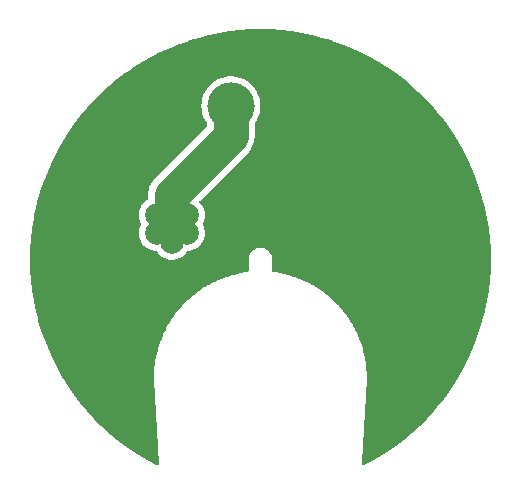
<source format=gbl>
%TF.GenerationSoftware,KiCad,Pcbnew,8.0.7*%
%TF.CreationDate,2024-12-04T21:31:05-06:00*%
%TF.ProjectId,b2,62322e6b-6963-4616-945f-706362585858,rev?*%
%TF.SameCoordinates,Original*%
%TF.FileFunction,Copper,L2,Bot*%
%TF.FilePolarity,Positive*%
%FSLAX46Y46*%
G04 Gerber Fmt 4.6, Leading zero omitted, Abs format (unit mm)*
G04 Created by KiCad (PCBNEW 8.0.7) date 2024-12-04 21:31:05*
%MOMM*%
%LPD*%
G01*
G04 APERTURE LIST*
%TA.AperFunction,ComponentPad*%
%ADD10C,4.500000*%
%TD*%
%TA.AperFunction,ComponentPad*%
%ADD11C,1.000000*%
%TD*%
%TA.AperFunction,ComponentPad*%
%ADD12C,1.600000*%
%TD*%
%TA.AperFunction,ComponentPad*%
%ADD13C,2.000000*%
%TD*%
%TA.AperFunction,SMDPad,CuDef*%
%ADD14C,4.000000*%
%TD*%
%TA.AperFunction,Conductor*%
%ADD15C,3.000000*%
%TD*%
G04 APERTURE END LIST*
D10*
%TO.P,T1,1*%
%TO.N,GND*%
X100000000Y-44000000D03*
%TD*%
D11*
%TO.P,T21,1*%
%TO.N,GND*%
X93750000Y-34250000D03*
%TD*%
D12*
%TO.P,T18,1*%
%TO.N,GND*%
X90500000Y-65588457D03*
%TD*%
%TO.P,T16,1*%
%TO.N,GND*%
X109500000Y-65588457D03*
%TD*%
%TO.P,T20,1*%
%TO.N,GND*%
X82000000Y-50000000D03*
%TD*%
D13*
%TO.P,T51,1*%
%TO.N,+3V0*%
X92500000Y-45500000D03*
%TD*%
D12*
%TO.P,T19,1*%
%TO.N,GND*%
X84411542Y-59000000D03*
%TD*%
D13*
%TO.P,T53,1*%
%TO.N,+3V0*%
X93799038Y-47750000D03*
%TD*%
D11*
%TO.P,T21,1*%
%TO.N,GND*%
X96950000Y-45450000D03*
%TD*%
D12*
%TO.P,T21,1*%
%TO.N,GND*%
X84411542Y-41000000D03*
%TD*%
D13*
%TO.P,T54,1*%
%TO.N,+3V0*%
X92500000Y-48500000D03*
%TD*%
D11*
%TO.P,T21,1*%
%TO.N,GND*%
X101250000Y-39750000D03*
%TD*%
D13*
%TO.P,T52,1*%
%TO.N,+3V0*%
X93799038Y-46250000D03*
%TD*%
D12*
%TO.P,T13,1*%
%TO.N,GND*%
X115588457Y-41000000D03*
%TD*%
%TO.P,T22,1*%
%TO.N,GND*%
X91000000Y-34411542D03*
%TD*%
D13*
%TO.P,T56,1*%
%TO.N,+3V0*%
X91200961Y-46250000D03*
%TD*%
D11*
%TO.P,T21,1*%
%TO.N,GND*%
X93750000Y-39750000D03*
%TD*%
D12*
%TO.P,T14,1*%
%TO.N,GND*%
X118000000Y-50000000D03*
%TD*%
%TO.P,T15,1*%
%TO.N,GND*%
X115588457Y-59000000D03*
%TD*%
D13*
%TO.P,T51,1*%
%TO.N,+3V0*%
X92500000Y-47000000D03*
%TD*%
D12*
%TO.P,T12,1*%
%TO.N,GND*%
X109000000Y-34411542D03*
%TD*%
D11*
%TO.P,T21,1*%
%TO.N,GND*%
X101250000Y-34250000D03*
%TD*%
%TO.P,T21,1*%
%TO.N,GND*%
X98275000Y-47050000D03*
%TD*%
D13*
%TO.P,T55,1*%
%TO.N,+3V0*%
X91200961Y-47750000D03*
%TD*%
D14*
%TO.P,REF\u002A\u002A,1*%
%TO.N,+3V0*%
X97500000Y-37000000D03*
%TD*%
D15*
%TO.N,+3V0*%
X92500000Y-47000000D02*
X92500000Y-44533000D01*
X92500000Y-44533000D02*
X97500000Y-39533000D01*
X97500000Y-39533000D02*
X97500000Y-37000000D01*
%TD*%
%TA.AperFunction,Conductor*%
%TO.N,GND*%
G36*
X100872098Y-30520199D02*
G01*
X100877594Y-30520446D01*
X101745187Y-30578940D01*
X101750651Y-30579432D01*
X102614719Y-30676790D01*
X102620184Y-30677530D01*
X103479023Y-30813556D01*
X103484438Y-30814538D01*
X104336306Y-30988960D01*
X104341680Y-30990187D01*
X105184874Y-31202653D01*
X105190224Y-31204130D01*
X106022980Y-31454195D01*
X106028223Y-31455897D01*
X106814621Y-31731070D01*
X106848980Y-31743093D01*
X106854189Y-31745049D01*
X107661170Y-32068753D01*
X107666273Y-32070934D01*
X108457928Y-32430520D01*
X108462903Y-32432916D01*
X109118756Y-32767089D01*
X109237665Y-32827676D01*
X109242565Y-32830313D01*
X109998799Y-33259415D01*
X110003566Y-33262263D01*
X110309450Y-33454462D01*
X110739786Y-33724860D01*
X110744430Y-33727926D01*
X111459160Y-34223093D01*
X111463662Y-34226364D01*
X112155434Y-34753080D01*
X112159784Y-34756549D01*
X112827253Y-35313791D01*
X112831439Y-35317448D01*
X113351702Y-35792990D01*
X113473245Y-35904085D01*
X113477267Y-35907931D01*
X114092067Y-36522731D01*
X114095913Y-36526753D01*
X114682535Y-37168543D01*
X114686196Y-37172733D01*
X115243449Y-37840213D01*
X115246918Y-37844564D01*
X115773644Y-38536349D01*
X115776915Y-38540851D01*
X116272065Y-39255558D01*
X116275131Y-39260202D01*
X116737735Y-39996432D01*
X116740589Y-40001209D01*
X117169686Y-40757434D01*
X117172323Y-40762334D01*
X117567066Y-41537059D01*
X117569480Y-41542073D01*
X117929064Y-42333725D01*
X117931251Y-42338842D01*
X118254954Y-43145825D01*
X118256909Y-43151034D01*
X118544091Y-43971749D01*
X118545811Y-43977042D01*
X118795866Y-44809767D01*
X118797347Y-44815131D01*
X119009805Y-45658293D01*
X119011043Y-45663718D01*
X119185454Y-46515530D01*
X119186447Y-46521005D01*
X119322461Y-47379769D01*
X119323208Y-47385283D01*
X119420562Y-48249309D01*
X119421061Y-48254852D01*
X119479550Y-49122372D01*
X119479800Y-49127931D01*
X119499311Y-49997217D01*
X119499311Y-50002781D01*
X119479800Y-50872067D01*
X119479550Y-50877626D01*
X119421061Y-51745146D01*
X119420562Y-51750689D01*
X119323208Y-52614715D01*
X119322461Y-52620229D01*
X119186447Y-53478993D01*
X119185454Y-53484468D01*
X119011043Y-54336280D01*
X119009805Y-54341705D01*
X118797347Y-55184867D01*
X118795866Y-55190231D01*
X118545811Y-56022956D01*
X118544091Y-56028249D01*
X118256909Y-56848964D01*
X118254954Y-56854173D01*
X117931251Y-57661156D01*
X117929064Y-57666273D01*
X117569480Y-58457925D01*
X117567066Y-58462939D01*
X117172323Y-59237664D01*
X117169686Y-59242564D01*
X116740589Y-59998789D01*
X116737735Y-60003566D01*
X116275131Y-60739796D01*
X116272065Y-60744440D01*
X115776915Y-61459147D01*
X115773644Y-61463649D01*
X115246918Y-62155434D01*
X115243449Y-62159785D01*
X114686196Y-62827265D01*
X114682535Y-62831455D01*
X114095913Y-63473245D01*
X114092067Y-63477267D01*
X113477267Y-64092067D01*
X113473245Y-64095913D01*
X112831444Y-64682546D01*
X112827253Y-64686207D01*
X112159784Y-65243449D01*
X112155434Y-65246918D01*
X111463662Y-65773634D01*
X111459160Y-65776905D01*
X110744430Y-66272072D01*
X110739786Y-66275138D01*
X110003576Y-66737729D01*
X109998799Y-66740583D01*
X109242565Y-67169685D01*
X109237665Y-67172322D01*
X108742907Y-67424414D01*
X108674238Y-67437310D01*
X108609497Y-67411034D01*
X108569240Y-67353927D01*
X108562835Y-67306499D01*
X108570889Y-67172322D01*
X108996455Y-60082375D01*
X108999431Y-60061827D01*
X109002458Y-60048766D01*
X109001211Y-60012288D01*
X109001362Y-60000628D01*
X109001472Y-59998799D01*
X109003549Y-59964214D01*
X109000861Y-59951077D01*
X108998416Y-59930457D01*
X108991043Y-59714621D01*
X108982461Y-59463414D01*
X108983961Y-59439513D01*
X108984799Y-59434302D01*
X108980242Y-59389976D01*
X108979665Y-59381541D01*
X108978144Y-59336998D01*
X108976603Y-59331944D01*
X108971861Y-59308457D01*
X108964838Y-59240141D01*
X108924903Y-58851682D01*
X108924769Y-58827730D01*
X108925249Y-58822476D01*
X108917677Y-58778563D01*
X108916525Y-58770177D01*
X108911969Y-58725854D01*
X108911968Y-58725852D01*
X108910087Y-58720917D01*
X108903754Y-58697811D01*
X108862832Y-58460471D01*
X108825734Y-58245309D01*
X108823964Y-58221421D01*
X108824085Y-58216141D01*
X108813531Y-58172835D01*
X108811813Y-58164563D01*
X108804242Y-58120650D01*
X108802029Y-58115857D01*
X108794132Y-58093234D01*
X108685416Y-57647115D01*
X108682019Y-57623399D01*
X108681779Y-57618123D01*
X108668300Y-57575656D01*
X108666014Y-57567499D01*
X108655465Y-57524208D01*
X108652932Y-57519581D01*
X108643512Y-57497554D01*
X108504601Y-57059881D01*
X108499594Y-57036451D01*
X108498995Y-57031214D01*
X108498995Y-57031210D01*
X108489829Y-57007968D01*
X108482648Y-56989755D01*
X108479813Y-56981780D01*
X108479813Y-56981779D01*
X108466334Y-56939310D01*
X108463479Y-56934847D01*
X108452585Y-56913522D01*
X108284135Y-56486365D01*
X108277541Y-56463337D01*
X108276584Y-56458140D01*
X108257451Y-56417909D01*
X108254078Y-56410144D01*
X108237726Y-56368680D01*
X108234581Y-56364433D01*
X108222251Y-56343894D01*
X108168038Y-56229901D01*
X108025044Y-55929229D01*
X108016894Y-55906702D01*
X108015585Y-55901583D01*
X108015582Y-55901577D01*
X107993739Y-55862729D01*
X107989850Y-55855224D01*
X107970713Y-55814985D01*
X107967288Y-55810965D01*
X107953585Y-55791317D01*
X107728533Y-55391060D01*
X107718865Y-55369142D01*
X107717213Y-55364134D01*
X107692764Y-55326859D01*
X107688385Y-55319659D01*
X107666537Y-55280801D01*
X107662844Y-55277023D01*
X107647832Y-55258355D01*
X107603149Y-55190231D01*
X107395992Y-54874395D01*
X107384851Y-54853188D01*
X107382859Y-54848300D01*
X107355933Y-54812793D01*
X107351051Y-54805877D01*
X107326613Y-54768618D01*
X107326612Y-54768617D01*
X107322669Y-54765099D01*
X107306420Y-54747500D01*
X107213946Y-54625555D01*
X107028968Y-54381624D01*
X107016405Y-54361226D01*
X107014085Y-54356488D01*
X107014084Y-54356487D01*
X107014084Y-54356486D01*
X106984799Y-54322900D01*
X106979457Y-54316333D01*
X106952535Y-54280831D01*
X106952531Y-54280827D01*
X106948353Y-54277583D01*
X106930940Y-54261133D01*
X106629176Y-53915055D01*
X106615245Y-53895556D01*
X106612606Y-53890985D01*
X106612606Y-53890984D01*
X106612605Y-53890983D01*
X106612604Y-53890981D01*
X106581102Y-53859480D01*
X106575322Y-53853291D01*
X106546037Y-53819706D01*
X106546036Y-53819705D01*
X106546035Y-53819704D01*
X106541643Y-53816751D01*
X106523153Y-53801531D01*
X106198468Y-53476846D01*
X106183243Y-53458348D01*
X106180297Y-53453966D01*
X106180294Y-53453963D01*
X106146697Y-53424668D01*
X106140524Y-53418902D01*
X106109017Y-53387394D01*
X106109015Y-53387392D01*
X106104433Y-53384747D01*
X106084946Y-53370824D01*
X105738861Y-53069053D01*
X105722410Y-53051638D01*
X105719171Y-53047467D01*
X105719172Y-53047467D01*
X105683671Y-53020546D01*
X105677104Y-53015203D01*
X105643521Y-52985920D01*
X105643519Y-52985919D01*
X105643517Y-52985918D01*
X105643515Y-52985916D01*
X105638760Y-52983587D01*
X105618374Y-52971030D01*
X105252498Y-52693577D01*
X105234899Y-52677328D01*
X105231382Y-52673386D01*
X105194122Y-52648947D01*
X105187207Y-52644066D01*
X105151702Y-52617142D01*
X105151700Y-52617141D01*
X105146804Y-52615145D01*
X105125600Y-52604004D01*
X104741644Y-52352166D01*
X104722975Y-52337154D01*
X104719200Y-52333464D01*
X104719199Y-52333463D01*
X104680370Y-52311630D01*
X104673147Y-52307238D01*
X104635867Y-52282787D01*
X104630841Y-52281128D01*
X104608931Y-52271462D01*
X104208684Y-52046415D01*
X104189034Y-52032711D01*
X104185015Y-52029286D01*
X104144760Y-52010141D01*
X104137253Y-52006251D01*
X104098418Y-51984415D01*
X104098414Y-51984414D01*
X104093300Y-51983106D01*
X104070773Y-51974955D01*
X103656102Y-51777746D01*
X103635567Y-51765419D01*
X103631316Y-51762271D01*
X103631312Y-51762269D01*
X103589861Y-51745923D01*
X103582096Y-51742551D01*
X103541860Y-51723416D01*
X103541861Y-51723416D01*
X103539670Y-51723012D01*
X103536665Y-51722459D01*
X103513640Y-51715865D01*
X103086471Y-51547411D01*
X103065139Y-51536512D01*
X103063371Y-51535381D01*
X103060690Y-51533666D01*
X103018214Y-51520185D01*
X103010238Y-51517350D01*
X102968793Y-51501006D01*
X102968791Y-51501005D01*
X102968790Y-51501005D01*
X102968789Y-51501004D01*
X102968786Y-51501004D01*
X102963544Y-51500405D01*
X102940117Y-51495398D01*
X102502454Y-51356490D01*
X102480426Y-51347070D01*
X102475794Y-51344534D01*
X102475790Y-51344533D01*
X102432497Y-51333983D01*
X102424344Y-51331699D01*
X102381876Y-51318220D01*
X102376598Y-51317980D01*
X102352892Y-51314583D01*
X102041990Y-51238819D01*
X101906768Y-51205867D01*
X101884150Y-51197973D01*
X101879357Y-51195760D01*
X101879344Y-51195756D01*
X101835421Y-51188182D01*
X101827135Y-51186461D01*
X101783855Y-51175914D01*
X101778578Y-51176035D01*
X101754688Y-51174264D01*
X101307600Y-51097178D01*
X101283518Y-51090352D01*
X101282673Y-51090136D01*
X101233020Y-51084156D01*
X101226778Y-51083243D01*
X101177528Y-51074751D01*
X101176689Y-51074718D01*
X101151636Y-51074356D01*
X101109675Y-51069303D01*
X101045470Y-51041744D01*
X101006356Y-50983849D01*
X101000500Y-50946192D01*
X101000500Y-50037199D01*
X101001377Y-50022478D01*
X101004783Y-49993991D01*
X101001762Y-49972978D01*
X101000500Y-49955333D01*
X101000500Y-49934109D01*
X101000499Y-49934105D01*
X100993074Y-49906394D01*
X100990111Y-49891954D01*
X100985663Y-49861013D01*
X100984481Y-49847796D01*
X100984242Y-49841125D01*
X100984243Y-49841118D01*
X100974544Y-49783439D01*
X100974098Y-49780579D01*
X100974094Y-49780553D01*
X100965774Y-49722682D01*
X100965772Y-49722678D01*
X100964149Y-49716898D01*
X100962390Y-49711160D01*
X100962390Y-49711158D01*
X100938104Y-49657978D01*
X100936923Y-49655309D01*
X100913897Y-49601538D01*
X100913896Y-49601537D01*
X100913895Y-49601534D01*
X100911877Y-49598133D01*
X100900863Y-49574014D01*
X100899614Y-49570261D01*
X100874047Y-49517631D01*
X100872788Y-49514958D01*
X100848526Y-49461830D01*
X100848526Y-49461829D01*
X100848524Y-49461826D01*
X100845339Y-49456739D01*
X100842030Y-49451721D01*
X100842030Y-49451720D01*
X100803705Y-49407491D01*
X100801845Y-49405292D01*
X100764621Y-49360207D01*
X100761718Y-49357504D01*
X100744359Y-49337470D01*
X100742099Y-49334215D01*
X100702766Y-49290948D01*
X100700806Y-49288739D01*
X100662531Y-49244567D01*
X100658028Y-49240571D01*
X100653461Y-49236708D01*
X100653454Y-49236704D01*
X100653453Y-49236702D01*
X100604276Y-49205097D01*
X100601826Y-49203481D01*
X100553391Y-49170700D01*
X100549846Y-49168926D01*
X100527550Y-49154596D01*
X100524466Y-49152110D01*
X100474545Y-49121681D01*
X100472047Y-49120118D01*
X100422865Y-49088511D01*
X100417438Y-49085954D01*
X100411941Y-49083522D01*
X100355862Y-49067056D01*
X100353043Y-49066191D01*
X100297344Y-49048386D01*
X100293420Y-49047678D01*
X100268002Y-49040212D01*
X100264343Y-49038696D01*
X100207841Y-49023556D01*
X100205002Y-49022759D01*
X100148942Y-49006298D01*
X100142998Y-49005371D01*
X100137050Y-49004589D01*
X100137049Y-49004589D01*
X100078607Y-49004589D01*
X100075656Y-49004554D01*
X100068822Y-49004391D01*
X100017194Y-49003162D01*
X100017193Y-49003162D01*
X100017187Y-49003162D01*
X100013242Y-49003586D01*
X99986758Y-49003586D01*
X99982812Y-49003162D01*
X99982806Y-49003162D01*
X99932164Y-49004367D01*
X99924344Y-49004554D01*
X99921393Y-49004589D01*
X99862942Y-49004589D01*
X99857060Y-49005362D01*
X99851063Y-49006298D01*
X99851059Y-49006298D01*
X99851059Y-49006299D01*
X99824196Y-49014186D01*
X99795006Y-49022757D01*
X99792169Y-49023553D01*
X99735658Y-49038696D01*
X99731991Y-49040215D01*
X99706582Y-49047677D01*
X99702668Y-49048383D01*
X99702659Y-49048386D01*
X99646959Y-49066191D01*
X99644148Y-49067052D01*
X99588061Y-49083521D01*
X99582548Y-49085959D01*
X99577131Y-49088512D01*
X99527960Y-49120112D01*
X99525462Y-49121676D01*
X99475534Y-49152110D01*
X99472439Y-49154604D01*
X99450153Y-49168926D01*
X99446607Y-49170700D01*
X99398181Y-49203476D01*
X99395721Y-49205098D01*
X99346547Y-49236700D01*
X99341967Y-49240574D01*
X99337465Y-49244570D01*
X99299195Y-49288736D01*
X99297239Y-49290941D01*
X99257895Y-49334221D01*
X99255623Y-49337493D01*
X99238289Y-49357495D01*
X99235384Y-49360200D01*
X99198157Y-49405286D01*
X99196255Y-49407535D01*
X99157963Y-49451728D01*
X99154680Y-49456704D01*
X99151473Y-49461828D01*
X99127187Y-49515007D01*
X99125931Y-49517672D01*
X99100386Y-49570261D01*
X99099130Y-49574034D01*
X99088126Y-49598128D01*
X99086100Y-49601541D01*
X99063075Y-49655309D01*
X99061883Y-49658003D01*
X99037609Y-49711156D01*
X99035856Y-49716874D01*
X99034225Y-49722687D01*
X99025904Y-49780553D01*
X99025450Y-49783465D01*
X99015755Y-49841114D01*
X99015517Y-49847806D01*
X99014334Y-49861029D01*
X99009887Y-49891955D01*
X99006924Y-49906398D01*
X98999500Y-49934102D01*
X98999500Y-49955331D01*
X98998238Y-49972978D01*
X98995216Y-49993990D01*
X98998623Y-50022478D01*
X98999500Y-50037199D01*
X98999500Y-50946192D01*
X98979815Y-51013231D01*
X98927011Y-51058986D01*
X98890325Y-51069303D01*
X98848363Y-51074356D01*
X98823351Y-51074716D01*
X98822468Y-51074751D01*
X98773203Y-51083245D01*
X98766963Y-51084158D01*
X98717328Y-51090136D01*
X98716518Y-51090343D01*
X98692406Y-51097176D01*
X98245310Y-51174264D01*
X98221420Y-51176035D01*
X98216141Y-51175914D01*
X98216139Y-51175915D01*
X98172852Y-51186463D01*
X98164568Y-51188184D01*
X98120652Y-51195756D01*
X98120650Y-51195757D01*
X98115849Y-51197974D01*
X98093235Y-51205866D01*
X97647112Y-51314583D01*
X97623402Y-51317980D01*
X97618124Y-51318220D01*
X97575647Y-51331702D01*
X97567495Y-51333986D01*
X97524207Y-51344535D01*
X97519564Y-51347076D01*
X97497553Y-51356486D01*
X97059880Y-51495398D01*
X97036455Y-51500405D01*
X97031211Y-51501004D01*
X96989758Y-51517350D01*
X96981788Y-51520183D01*
X96939308Y-51533666D01*
X96939303Y-51533669D01*
X96934848Y-51536519D01*
X96913526Y-51547412D01*
X96486363Y-51715864D01*
X96463343Y-51722457D01*
X96458143Y-51723415D01*
X96458139Y-51723416D01*
X96435988Y-51733950D01*
X96417896Y-51742554D01*
X96410143Y-51745922D01*
X96368680Y-51762273D01*
X96364431Y-51765420D01*
X96343899Y-51777745D01*
X95929230Y-51974953D01*
X95906711Y-51983102D01*
X95901585Y-51984413D01*
X95901584Y-51984413D01*
X95862726Y-52006261D01*
X95855216Y-52010152D01*
X95814990Y-52029284D01*
X95814976Y-52029293D01*
X95810959Y-52032716D01*
X95791318Y-52046412D01*
X95391063Y-52271463D01*
X95369158Y-52281128D01*
X95364136Y-52282785D01*
X95326873Y-52307225D01*
X95319646Y-52311619D01*
X95280803Y-52333461D01*
X95280800Y-52333463D01*
X95277017Y-52337161D01*
X95258358Y-52352164D01*
X94874393Y-52604007D01*
X94853197Y-52615144D01*
X94848304Y-52617138D01*
X94848296Y-52617142D01*
X94812790Y-52644067D01*
X94805879Y-52648946D01*
X94768619Y-52673385D01*
X94768614Y-52673390D01*
X94765098Y-52677331D01*
X94747503Y-52693576D01*
X94381624Y-52971030D01*
X94361238Y-52983588D01*
X94356490Y-52985913D01*
X94356484Y-52985917D01*
X94322901Y-53015199D01*
X94316337Y-53020539D01*
X94280832Y-53047463D01*
X94280824Y-53047471D01*
X94277580Y-53051650D01*
X94261136Y-53069055D01*
X93915053Y-53370824D01*
X93895570Y-53384745D01*
X93890985Y-53387392D01*
X93890984Y-53387393D01*
X93859468Y-53418908D01*
X93853285Y-53424682D01*
X93819705Y-53453963D01*
X93819697Y-53453972D01*
X93816750Y-53458356D01*
X93801531Y-53476845D01*
X93476844Y-53801532D01*
X93458355Y-53816751D01*
X93453966Y-53819701D01*
X93453966Y-53819702D01*
X93424680Y-53853287D01*
X93418907Y-53859469D01*
X93387393Y-53890985D01*
X93387389Y-53890990D01*
X93384744Y-53895571D01*
X93370825Y-53915050D01*
X93069052Y-54261138D01*
X93051651Y-54277578D01*
X93047475Y-54280820D01*
X93047464Y-54280832D01*
X93020549Y-54316325D01*
X93015208Y-54322891D01*
X92985915Y-54356486D01*
X92985914Y-54356488D01*
X92983588Y-54361238D01*
X92971030Y-54381624D01*
X92693574Y-54747504D01*
X92677335Y-54765094D01*
X92673389Y-54768615D01*
X92673384Y-54768621D01*
X92648947Y-54805878D01*
X92644066Y-54812793D01*
X92617140Y-54848300D01*
X92617139Y-54848302D01*
X92615145Y-54853196D01*
X92604005Y-54874397D01*
X92352164Y-55258357D01*
X92337161Y-55277016D01*
X92333467Y-55280795D01*
X92333461Y-55280803D01*
X92311626Y-55319634D01*
X92307233Y-55326859D01*
X92282788Y-55364131D01*
X92282786Y-55364135D01*
X92281131Y-55369152D01*
X92271463Y-55391066D01*
X92046414Y-55791316D01*
X92032717Y-55810958D01*
X92029286Y-55814984D01*
X92029284Y-55814987D01*
X92010143Y-55855233D01*
X92006252Y-55862743D01*
X91984415Y-55901581D01*
X91984412Y-55901589D01*
X91983103Y-55906708D01*
X91974954Y-55929226D01*
X91777745Y-56343898D01*
X91765424Y-56364425D01*
X91762271Y-56368682D01*
X91762271Y-56368683D01*
X91745917Y-56410151D01*
X91742547Y-56417908D01*
X91723416Y-56458137D01*
X91723414Y-56458144D01*
X91722457Y-56463340D01*
X91715865Y-56486359D01*
X91547412Y-56913528D01*
X91536516Y-56934854D01*
X91533669Y-56939303D01*
X91533663Y-56939317D01*
X91520186Y-56981779D01*
X91517352Y-56989755D01*
X91501004Y-57031210D01*
X91500405Y-57036455D01*
X91495398Y-57059881D01*
X91356490Y-57497545D01*
X91347073Y-57519569D01*
X91344534Y-57524207D01*
X91333981Y-57567509D01*
X91331698Y-57575656D01*
X91318221Y-57618122D01*
X91318220Y-57618125D01*
X91317980Y-57623400D01*
X91314583Y-57647109D01*
X91205866Y-58093234D01*
X91197976Y-58115845D01*
X91195756Y-58120652D01*
X91188184Y-58164568D01*
X91186463Y-58172852D01*
X91175915Y-58216139D01*
X91175914Y-58216141D01*
X91176035Y-58221420D01*
X91174264Y-58245310D01*
X91096244Y-58697812D01*
X91089917Y-58720904D01*
X91088031Y-58725852D01*
X91083472Y-58770191D01*
X91082319Y-58778575D01*
X91074751Y-58822469D01*
X91074751Y-58822481D01*
X91075231Y-58827741D01*
X91075094Y-58851688D01*
X91028136Y-59308464D01*
X91023399Y-59331934D01*
X91021857Y-59336993D01*
X91021856Y-59336996D01*
X91020333Y-59381551D01*
X91019755Y-59389991D01*
X91015200Y-59434301D01*
X91015200Y-59434302D01*
X91016038Y-59439511D01*
X91017537Y-59463422D01*
X91001582Y-59930460D01*
X90999138Y-59951077D01*
X90996451Y-59964211D01*
X90996450Y-59964217D01*
X90998636Y-60000634D01*
X90998787Y-60012291D01*
X90997542Y-60048764D01*
X90997542Y-60048766D01*
X91000566Y-60061819D01*
X91000568Y-60061827D01*
X91003543Y-60082379D01*
X91437163Y-67306500D01*
X91421531Y-67374599D01*
X91371563Y-67423435D01*
X91303125Y-67437505D01*
X91257092Y-67424415D01*
X91025668Y-67306499D01*
X90762334Y-67172323D01*
X90757434Y-67169686D01*
X90001209Y-66740589D01*
X89996432Y-66737735D01*
X89260202Y-66275131D01*
X89255558Y-66272065D01*
X88540851Y-65776915D01*
X88536349Y-65773644D01*
X87844564Y-65246918D01*
X87840213Y-65243449D01*
X87383424Y-64862094D01*
X87172731Y-64686194D01*
X87168543Y-64682535D01*
X86526753Y-64095913D01*
X86522731Y-64092067D01*
X85907931Y-63477267D01*
X85904085Y-63473245D01*
X85317452Y-62831444D01*
X85313791Y-62827253D01*
X84756549Y-62159784D01*
X84753080Y-62155434D01*
X84226364Y-61463662D01*
X84223093Y-61459160D01*
X83727926Y-60744430D01*
X83724860Y-60739786D01*
X83305249Y-60071978D01*
X83262263Y-60003566D01*
X83259415Y-59998799D01*
X83239792Y-59964217D01*
X82830312Y-59242564D01*
X82827676Y-59237665D01*
X82678380Y-58944654D01*
X82432916Y-58462903D01*
X82430519Y-58457925D01*
X82070934Y-57666273D01*
X82068753Y-57661170D01*
X81745049Y-56854189D01*
X81743093Y-56848980D01*
X81730539Y-56813103D01*
X81455897Y-56028223D01*
X81454195Y-56022980D01*
X81204130Y-55190224D01*
X81202651Y-55184867D01*
X81143923Y-54951798D01*
X80990187Y-54341680D01*
X80988960Y-54336306D01*
X80814538Y-53484438D01*
X80813556Y-53479023D01*
X80677530Y-52620184D01*
X80676790Y-52614715D01*
X80579432Y-51750651D01*
X80578940Y-51745187D01*
X80520446Y-50877594D01*
X80520199Y-50872098D01*
X80500687Y-50002762D01*
X80500687Y-49997217D01*
X80520199Y-49127898D01*
X80520446Y-49122406D01*
X80578940Y-48254807D01*
X80579432Y-48249351D01*
X80676791Y-47385273D01*
X80677529Y-47379820D01*
X80813557Y-46520967D01*
X80814536Y-46515568D01*
X80868913Y-46249994D01*
X89695318Y-46249994D01*
X89695318Y-46250005D01*
X89715851Y-46497812D01*
X89715853Y-46497824D01*
X89776898Y-46738881D01*
X89869586Y-46950190D01*
X89878489Y-47019490D01*
X89869586Y-47049810D01*
X89776898Y-47261118D01*
X89715853Y-47502175D01*
X89715851Y-47502187D01*
X89695318Y-47749994D01*
X89695318Y-47750005D01*
X89715851Y-47997812D01*
X89715853Y-47997824D01*
X89776897Y-48238881D01*
X89876787Y-48466606D01*
X90012794Y-48674782D01*
X90012797Y-48674785D01*
X90181217Y-48857738D01*
X90377452Y-49010474D01*
X90405397Y-49025597D01*
X90589367Y-49125157D01*
X90596151Y-49128828D01*
X90831347Y-49209571D01*
X91076626Y-49250500D01*
X91130864Y-49250500D01*
X91197903Y-49270185D01*
X91234672Y-49306677D01*
X91311836Y-49424785D01*
X91480256Y-49607738D01*
X91676491Y-49760474D01*
X91716310Y-49782023D01*
X91836637Y-49847141D01*
X91895190Y-49878828D01*
X92130386Y-49959571D01*
X92375665Y-50000500D01*
X92624335Y-50000500D01*
X92869614Y-49959571D01*
X93104810Y-49878828D01*
X93323509Y-49760474D01*
X93519744Y-49607738D01*
X93688164Y-49424785D01*
X93765327Y-49306677D01*
X93818474Y-49261322D01*
X93869136Y-49250500D01*
X93923373Y-49250500D01*
X94168652Y-49209571D01*
X94403848Y-49128828D01*
X94622547Y-49010474D01*
X94818782Y-48857738D01*
X94987202Y-48674785D01*
X95123211Y-48466607D01*
X95223101Y-48238881D01*
X95284146Y-47997821D01*
X95304681Y-47750000D01*
X95284146Y-47502179D01*
X95253844Y-47382520D01*
X95223101Y-47261118D01*
X95130412Y-47049810D01*
X95121509Y-46980510D01*
X95130412Y-46950190D01*
X95223101Y-46738881D01*
X95284145Y-46497824D01*
X95284146Y-46497821D01*
X95284147Y-46497812D01*
X95304681Y-46250005D01*
X95304681Y-46249994D01*
X95284147Y-46002187D01*
X95284145Y-46002175D01*
X95223101Y-45761118D01*
X95123211Y-45533393D01*
X94987204Y-45325217D01*
X94961990Y-45297827D01*
X94851951Y-45178293D01*
X94821030Y-45115641D01*
X94828890Y-45046214D01*
X94855498Y-45006634D01*
X99007283Y-40854851D01*
X99111298Y-40719296D01*
X99111299Y-40719294D01*
X99111301Y-40719293D01*
X99137796Y-40684762D01*
X99166924Y-40646803D01*
X99298043Y-40419697D01*
X99398398Y-40177419D01*
X99436790Y-40034138D01*
X99466271Y-39924115D01*
X99482063Y-39804160D01*
X99500500Y-39664120D01*
X99500500Y-38549274D01*
X99520185Y-38482235D01*
X99524797Y-38475928D01*
X99524652Y-38475823D01*
X99526934Y-38472681D01*
X99526940Y-38472671D01*
X99526947Y-38472663D01*
X99695537Y-38207007D01*
X99829503Y-37922315D01*
X99926731Y-37623079D01*
X99985688Y-37314015D01*
X99985689Y-37314004D01*
X100005444Y-37000005D01*
X100005444Y-36999994D01*
X99985689Y-36685995D01*
X99985688Y-36685988D01*
X99985688Y-36685985D01*
X99926731Y-36376921D01*
X99829503Y-36077685D01*
X99695537Y-35792993D01*
X99526947Y-35527337D01*
X99353324Y-35317463D01*
X99326393Y-35284909D01*
X99326391Y-35284907D01*
X99097031Y-35069523D01*
X99097021Y-35069515D01*
X98842495Y-34884591D01*
X98842488Y-34884586D01*
X98842484Y-34884584D01*
X98566766Y-34733006D01*
X98566763Y-34733004D01*
X98566758Y-34733002D01*
X98566757Y-34733001D01*
X98274228Y-34617181D01*
X98274225Y-34617180D01*
X97969476Y-34538934D01*
X97969463Y-34538932D01*
X97657329Y-34499500D01*
X97657318Y-34499500D01*
X97342682Y-34499500D01*
X97342670Y-34499500D01*
X97030536Y-34538932D01*
X97030523Y-34538934D01*
X96725774Y-34617180D01*
X96725771Y-34617181D01*
X96433242Y-34733001D01*
X96433241Y-34733002D01*
X96157516Y-34884584D01*
X96157504Y-34884591D01*
X95902978Y-35069515D01*
X95902968Y-35069523D01*
X95673608Y-35284907D01*
X95673606Y-35284909D01*
X95473054Y-35527334D01*
X95473051Y-35527338D01*
X95304464Y-35792990D01*
X95304461Y-35792996D01*
X95170499Y-36077678D01*
X95170497Y-36077683D01*
X95073270Y-36376916D01*
X95014311Y-36685988D01*
X95014310Y-36685995D01*
X94994556Y-36999994D01*
X94994556Y-37000005D01*
X95014310Y-37314004D01*
X95014311Y-37314011D01*
X95073270Y-37623083D01*
X95170497Y-37922316D01*
X95170499Y-37922321D01*
X95304460Y-38207002D01*
X95304462Y-38207005D01*
X95304463Y-38207007D01*
X95473053Y-38472663D01*
X95473055Y-38472665D01*
X95473065Y-38472681D01*
X95475348Y-38475823D01*
X95473877Y-38476891D01*
X95498597Y-38534333D01*
X95499500Y-38549274D01*
X95499500Y-38653003D01*
X95479815Y-38720042D01*
X95463181Y-38740684D01*
X90992721Y-43211143D01*
X90992715Y-43211150D01*
X90911179Y-43317411D01*
X90833073Y-43419199D01*
X90833072Y-43419201D01*
X90721411Y-43612607D01*
X90721410Y-43612610D01*
X90701959Y-43646298D01*
X90701955Y-43646306D01*
X90601602Y-43888580D01*
X90533729Y-44141884D01*
X90533728Y-44141889D01*
X90520875Y-44239525D01*
X90520875Y-44239526D01*
X90499500Y-44401872D01*
X90499500Y-44849589D01*
X90479815Y-44916628D01*
X90434518Y-44958643D01*
X90377458Y-44989522D01*
X90377451Y-44989527D01*
X90181218Y-45142261D01*
X90012794Y-45325217D01*
X89876787Y-45533393D01*
X89776897Y-45761118D01*
X89715853Y-46002175D01*
X89715851Y-46002187D01*
X89695318Y-46249994D01*
X80868913Y-46249994D01*
X80988962Y-45663683D01*
X80990185Y-45658327D01*
X81202656Y-44815112D01*
X81204132Y-44809767D01*
X81264175Y-44609815D01*
X81454199Y-43977004D01*
X81455893Y-43971788D01*
X81743097Y-43151005D01*
X81745049Y-43145809D01*
X81909600Y-42735590D01*
X82068757Y-42338817D01*
X82070934Y-42333725D01*
X82430528Y-41542053D01*
X82432907Y-41537112D01*
X82827683Y-40762318D01*
X82830305Y-40757447D01*
X83259429Y-40001175D01*
X83262263Y-39996432D01*
X83724873Y-39260191D01*
X83727912Y-39255588D01*
X84223098Y-38540830D01*
X84226364Y-38536336D01*
X84227889Y-38534333D01*
X84753099Y-37844539D01*
X84756549Y-37840214D01*
X85313791Y-37172745D01*
X85317428Y-37168581D01*
X85904106Y-36526730D01*
X85907909Y-36522753D01*
X86522753Y-35907909D01*
X86526730Y-35904106D01*
X87168570Y-35317439D01*
X87172705Y-35313826D01*
X87840237Y-34756529D01*
X87844539Y-34753099D01*
X88536356Y-34226348D01*
X88540851Y-34223083D01*
X88842515Y-34014090D01*
X89255578Y-33727919D01*
X89260181Y-33724880D01*
X89996456Y-33262248D01*
X90001185Y-33259423D01*
X90757448Y-32830304D01*
X90762319Y-32827682D01*
X91537095Y-32432914D01*
X91542035Y-32430535D01*
X92333728Y-32070932D01*
X92338842Y-32068747D01*
X92579895Y-31972054D01*
X93145830Y-31745042D01*
X93151034Y-31743089D01*
X93971749Y-31455907D01*
X93977004Y-31454199D01*
X94809786Y-31204126D01*
X94815112Y-31202656D01*
X95658327Y-30990185D01*
X95663683Y-30988962D01*
X96515568Y-30814536D01*
X96520967Y-30813557D01*
X97379800Y-30677532D01*
X97385253Y-30676794D01*
X98249352Y-30579432D01*
X98254808Y-30578940D01*
X99122406Y-30520446D01*
X99127898Y-30520199D01*
X99997238Y-30500687D01*
X100002762Y-30500687D01*
X100872098Y-30520199D01*
G37*
%TD.AperFunction*%
%TD*%
M02*

</source>
